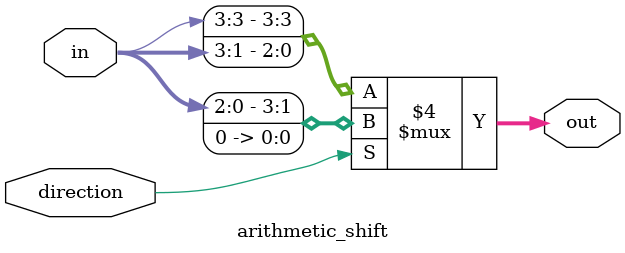
<source format=v>
`timescale 1ns / 1ps


module arithmetic_shift(
    output reg [3:0] out,
    input [3:0] in,
    input direction
    );
    
    always @*
    begin
        if(direction == 1)
            out = {in[2:0], 1'b0}; 
        else
            out = {in[3], in[3:1]};
    end
    
endmodule

</source>
